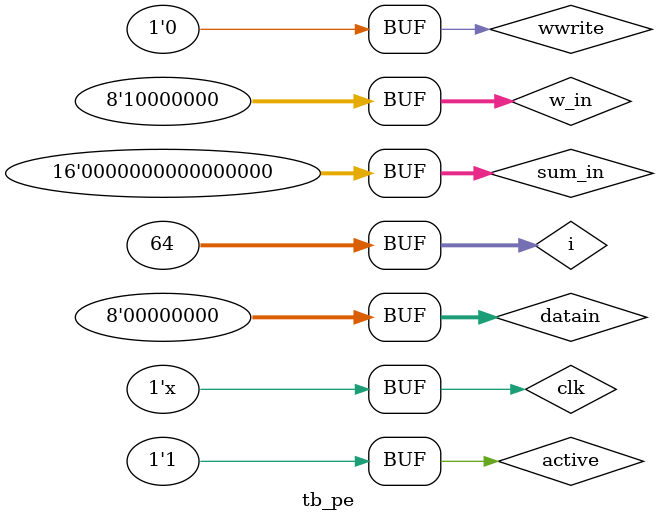
<source format=v>
module tb_pe();

    reg clk, active, wwrite;
    reg [7:0] datain, w_in;
    reg [15:0] sum_in;

    wire [15:0] maccout;
    wire [7:0] dataout, wout;
    wire wwriteout, activeout;

    integer i;

    pe DUT(
        .clk(clk),
        .active(active),
        .datain(datain),
        .win(w_in),
        .sumin(sum_in),
        .wwrite(wwrite),
        .maccout(maccout),
        .dataout(dataout),
        .wout(wout),
        .wwriteout(wwriteout),
        .activeout(activeout)
    );

    always begin
        #5;
        clk = ~clk; // clock diversion per 5 time scale 
    end // always

    initial begin
        clk = 1'b0; 
        active = 1'b1; 
        wwrite = 1'b0;
        datain = 8'h00;
        w_in = 8'h00;
        sum_in = 16'h0000;

        #100;

        wwrite = 1'b1; 

        for (i = 0; i < 64; i = i + 1) begin
            #10;
            w_in = w_in + 8'h04; // w_in is changed but sustain mac_out = 0, because of data_in = 0, sum_in= 0 >> mult_result = data_in* w_in =  0
        end

        wwrite = 1'b0;

        for (i = 0; i < 64; i = i + 1) begin
            #10;
            w_in = w_in + 8'h02; // w_out = 8'hAA because of wwrite =0 
        end

    end // initial

endmodule // pe_tb

</source>
